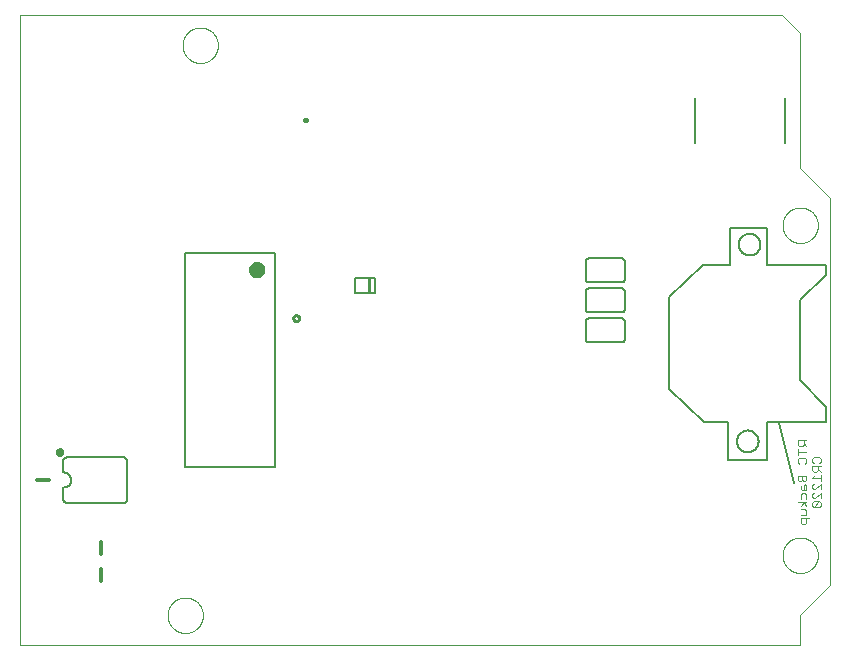
<source format=gbo>
G75*
%MOIN*%
%OFA0B0*%
%FSLAX25Y25*%
%IPPOS*%
%LPD*%
%AMOC8*
5,1,8,0,0,1.08239X$1,22.5*
%
%ADD10C,0.00000*%
%ADD11C,0.01000*%
%ADD12C,0.00300*%
%ADD13C,0.00600*%
%ADD14C,0.01600*%
%ADD15C,0.01200*%
%ADD16C,0.00500*%
%ADD17C,0.00800*%
%ADD18C,0.00010*%
%ADD19C,0.03200*%
D10*
X0005000Y0005000D02*
X0005000Y0215000D01*
X0259000Y0215000D01*
X0265000Y0209000D01*
X0265000Y0164000D01*
X0275000Y0154000D01*
X0275000Y0025000D01*
X0265000Y0015000D01*
X0265000Y0005000D01*
X0005000Y0005000D01*
X0054094Y0015000D02*
X0054096Y0015153D01*
X0054102Y0015307D01*
X0054112Y0015460D01*
X0054126Y0015612D01*
X0054144Y0015765D01*
X0054166Y0015916D01*
X0054191Y0016067D01*
X0054221Y0016218D01*
X0054255Y0016368D01*
X0054292Y0016516D01*
X0054333Y0016664D01*
X0054378Y0016810D01*
X0054427Y0016956D01*
X0054480Y0017100D01*
X0054536Y0017242D01*
X0054596Y0017383D01*
X0054660Y0017523D01*
X0054727Y0017661D01*
X0054798Y0017797D01*
X0054873Y0017931D01*
X0054950Y0018063D01*
X0055032Y0018193D01*
X0055116Y0018321D01*
X0055204Y0018447D01*
X0055295Y0018570D01*
X0055389Y0018691D01*
X0055487Y0018809D01*
X0055587Y0018925D01*
X0055691Y0019038D01*
X0055797Y0019149D01*
X0055906Y0019257D01*
X0056018Y0019362D01*
X0056132Y0019463D01*
X0056250Y0019562D01*
X0056369Y0019658D01*
X0056491Y0019751D01*
X0056616Y0019840D01*
X0056743Y0019927D01*
X0056872Y0020009D01*
X0057003Y0020089D01*
X0057136Y0020165D01*
X0057271Y0020238D01*
X0057408Y0020307D01*
X0057547Y0020372D01*
X0057687Y0020434D01*
X0057829Y0020492D01*
X0057972Y0020547D01*
X0058117Y0020598D01*
X0058263Y0020645D01*
X0058410Y0020688D01*
X0058558Y0020727D01*
X0058707Y0020763D01*
X0058857Y0020794D01*
X0059008Y0020822D01*
X0059159Y0020846D01*
X0059312Y0020866D01*
X0059464Y0020882D01*
X0059617Y0020894D01*
X0059770Y0020902D01*
X0059923Y0020906D01*
X0060077Y0020906D01*
X0060230Y0020902D01*
X0060383Y0020894D01*
X0060536Y0020882D01*
X0060688Y0020866D01*
X0060841Y0020846D01*
X0060992Y0020822D01*
X0061143Y0020794D01*
X0061293Y0020763D01*
X0061442Y0020727D01*
X0061590Y0020688D01*
X0061737Y0020645D01*
X0061883Y0020598D01*
X0062028Y0020547D01*
X0062171Y0020492D01*
X0062313Y0020434D01*
X0062453Y0020372D01*
X0062592Y0020307D01*
X0062729Y0020238D01*
X0062864Y0020165D01*
X0062997Y0020089D01*
X0063128Y0020009D01*
X0063257Y0019927D01*
X0063384Y0019840D01*
X0063509Y0019751D01*
X0063631Y0019658D01*
X0063750Y0019562D01*
X0063868Y0019463D01*
X0063982Y0019362D01*
X0064094Y0019257D01*
X0064203Y0019149D01*
X0064309Y0019038D01*
X0064413Y0018925D01*
X0064513Y0018809D01*
X0064611Y0018691D01*
X0064705Y0018570D01*
X0064796Y0018447D01*
X0064884Y0018321D01*
X0064968Y0018193D01*
X0065050Y0018063D01*
X0065127Y0017931D01*
X0065202Y0017797D01*
X0065273Y0017661D01*
X0065340Y0017523D01*
X0065404Y0017383D01*
X0065464Y0017242D01*
X0065520Y0017100D01*
X0065573Y0016956D01*
X0065622Y0016810D01*
X0065667Y0016664D01*
X0065708Y0016516D01*
X0065745Y0016368D01*
X0065779Y0016218D01*
X0065809Y0016067D01*
X0065834Y0015916D01*
X0065856Y0015765D01*
X0065874Y0015612D01*
X0065888Y0015460D01*
X0065898Y0015307D01*
X0065904Y0015153D01*
X0065906Y0015000D01*
X0065904Y0014847D01*
X0065898Y0014693D01*
X0065888Y0014540D01*
X0065874Y0014388D01*
X0065856Y0014235D01*
X0065834Y0014084D01*
X0065809Y0013933D01*
X0065779Y0013782D01*
X0065745Y0013632D01*
X0065708Y0013484D01*
X0065667Y0013336D01*
X0065622Y0013190D01*
X0065573Y0013044D01*
X0065520Y0012900D01*
X0065464Y0012758D01*
X0065404Y0012617D01*
X0065340Y0012477D01*
X0065273Y0012339D01*
X0065202Y0012203D01*
X0065127Y0012069D01*
X0065050Y0011937D01*
X0064968Y0011807D01*
X0064884Y0011679D01*
X0064796Y0011553D01*
X0064705Y0011430D01*
X0064611Y0011309D01*
X0064513Y0011191D01*
X0064413Y0011075D01*
X0064309Y0010962D01*
X0064203Y0010851D01*
X0064094Y0010743D01*
X0063982Y0010638D01*
X0063868Y0010537D01*
X0063750Y0010438D01*
X0063631Y0010342D01*
X0063509Y0010249D01*
X0063384Y0010160D01*
X0063257Y0010073D01*
X0063128Y0009991D01*
X0062997Y0009911D01*
X0062864Y0009835D01*
X0062729Y0009762D01*
X0062592Y0009693D01*
X0062453Y0009628D01*
X0062313Y0009566D01*
X0062171Y0009508D01*
X0062028Y0009453D01*
X0061883Y0009402D01*
X0061737Y0009355D01*
X0061590Y0009312D01*
X0061442Y0009273D01*
X0061293Y0009237D01*
X0061143Y0009206D01*
X0060992Y0009178D01*
X0060841Y0009154D01*
X0060688Y0009134D01*
X0060536Y0009118D01*
X0060383Y0009106D01*
X0060230Y0009098D01*
X0060077Y0009094D01*
X0059923Y0009094D01*
X0059770Y0009098D01*
X0059617Y0009106D01*
X0059464Y0009118D01*
X0059312Y0009134D01*
X0059159Y0009154D01*
X0059008Y0009178D01*
X0058857Y0009206D01*
X0058707Y0009237D01*
X0058558Y0009273D01*
X0058410Y0009312D01*
X0058263Y0009355D01*
X0058117Y0009402D01*
X0057972Y0009453D01*
X0057829Y0009508D01*
X0057687Y0009566D01*
X0057547Y0009628D01*
X0057408Y0009693D01*
X0057271Y0009762D01*
X0057136Y0009835D01*
X0057003Y0009911D01*
X0056872Y0009991D01*
X0056743Y0010073D01*
X0056616Y0010160D01*
X0056491Y0010249D01*
X0056369Y0010342D01*
X0056250Y0010438D01*
X0056132Y0010537D01*
X0056018Y0010638D01*
X0055906Y0010743D01*
X0055797Y0010851D01*
X0055691Y0010962D01*
X0055587Y0011075D01*
X0055487Y0011191D01*
X0055389Y0011309D01*
X0055295Y0011430D01*
X0055204Y0011553D01*
X0055116Y0011679D01*
X0055032Y0011807D01*
X0054950Y0011937D01*
X0054873Y0012069D01*
X0054798Y0012203D01*
X0054727Y0012339D01*
X0054660Y0012477D01*
X0054596Y0012617D01*
X0054536Y0012758D01*
X0054480Y0012900D01*
X0054427Y0013044D01*
X0054378Y0013190D01*
X0054333Y0013336D01*
X0054292Y0013484D01*
X0054255Y0013632D01*
X0054221Y0013782D01*
X0054191Y0013933D01*
X0054166Y0014084D01*
X0054144Y0014235D01*
X0054126Y0014388D01*
X0054112Y0014540D01*
X0054102Y0014693D01*
X0054096Y0014847D01*
X0054094Y0015000D01*
X0259094Y0035000D02*
X0259096Y0035153D01*
X0259102Y0035307D01*
X0259112Y0035460D01*
X0259126Y0035612D01*
X0259144Y0035765D01*
X0259166Y0035916D01*
X0259191Y0036067D01*
X0259221Y0036218D01*
X0259255Y0036368D01*
X0259292Y0036516D01*
X0259333Y0036664D01*
X0259378Y0036810D01*
X0259427Y0036956D01*
X0259480Y0037100D01*
X0259536Y0037242D01*
X0259596Y0037383D01*
X0259660Y0037523D01*
X0259727Y0037661D01*
X0259798Y0037797D01*
X0259873Y0037931D01*
X0259950Y0038063D01*
X0260032Y0038193D01*
X0260116Y0038321D01*
X0260204Y0038447D01*
X0260295Y0038570D01*
X0260389Y0038691D01*
X0260487Y0038809D01*
X0260587Y0038925D01*
X0260691Y0039038D01*
X0260797Y0039149D01*
X0260906Y0039257D01*
X0261018Y0039362D01*
X0261132Y0039463D01*
X0261250Y0039562D01*
X0261369Y0039658D01*
X0261491Y0039751D01*
X0261616Y0039840D01*
X0261743Y0039927D01*
X0261872Y0040009D01*
X0262003Y0040089D01*
X0262136Y0040165D01*
X0262271Y0040238D01*
X0262408Y0040307D01*
X0262547Y0040372D01*
X0262687Y0040434D01*
X0262829Y0040492D01*
X0262972Y0040547D01*
X0263117Y0040598D01*
X0263263Y0040645D01*
X0263410Y0040688D01*
X0263558Y0040727D01*
X0263707Y0040763D01*
X0263857Y0040794D01*
X0264008Y0040822D01*
X0264159Y0040846D01*
X0264312Y0040866D01*
X0264464Y0040882D01*
X0264617Y0040894D01*
X0264770Y0040902D01*
X0264923Y0040906D01*
X0265077Y0040906D01*
X0265230Y0040902D01*
X0265383Y0040894D01*
X0265536Y0040882D01*
X0265688Y0040866D01*
X0265841Y0040846D01*
X0265992Y0040822D01*
X0266143Y0040794D01*
X0266293Y0040763D01*
X0266442Y0040727D01*
X0266590Y0040688D01*
X0266737Y0040645D01*
X0266883Y0040598D01*
X0267028Y0040547D01*
X0267171Y0040492D01*
X0267313Y0040434D01*
X0267453Y0040372D01*
X0267592Y0040307D01*
X0267729Y0040238D01*
X0267864Y0040165D01*
X0267997Y0040089D01*
X0268128Y0040009D01*
X0268257Y0039927D01*
X0268384Y0039840D01*
X0268509Y0039751D01*
X0268631Y0039658D01*
X0268750Y0039562D01*
X0268868Y0039463D01*
X0268982Y0039362D01*
X0269094Y0039257D01*
X0269203Y0039149D01*
X0269309Y0039038D01*
X0269413Y0038925D01*
X0269513Y0038809D01*
X0269611Y0038691D01*
X0269705Y0038570D01*
X0269796Y0038447D01*
X0269884Y0038321D01*
X0269968Y0038193D01*
X0270050Y0038063D01*
X0270127Y0037931D01*
X0270202Y0037797D01*
X0270273Y0037661D01*
X0270340Y0037523D01*
X0270404Y0037383D01*
X0270464Y0037242D01*
X0270520Y0037100D01*
X0270573Y0036956D01*
X0270622Y0036810D01*
X0270667Y0036664D01*
X0270708Y0036516D01*
X0270745Y0036368D01*
X0270779Y0036218D01*
X0270809Y0036067D01*
X0270834Y0035916D01*
X0270856Y0035765D01*
X0270874Y0035612D01*
X0270888Y0035460D01*
X0270898Y0035307D01*
X0270904Y0035153D01*
X0270906Y0035000D01*
X0270904Y0034847D01*
X0270898Y0034693D01*
X0270888Y0034540D01*
X0270874Y0034388D01*
X0270856Y0034235D01*
X0270834Y0034084D01*
X0270809Y0033933D01*
X0270779Y0033782D01*
X0270745Y0033632D01*
X0270708Y0033484D01*
X0270667Y0033336D01*
X0270622Y0033190D01*
X0270573Y0033044D01*
X0270520Y0032900D01*
X0270464Y0032758D01*
X0270404Y0032617D01*
X0270340Y0032477D01*
X0270273Y0032339D01*
X0270202Y0032203D01*
X0270127Y0032069D01*
X0270050Y0031937D01*
X0269968Y0031807D01*
X0269884Y0031679D01*
X0269796Y0031553D01*
X0269705Y0031430D01*
X0269611Y0031309D01*
X0269513Y0031191D01*
X0269413Y0031075D01*
X0269309Y0030962D01*
X0269203Y0030851D01*
X0269094Y0030743D01*
X0268982Y0030638D01*
X0268868Y0030537D01*
X0268750Y0030438D01*
X0268631Y0030342D01*
X0268509Y0030249D01*
X0268384Y0030160D01*
X0268257Y0030073D01*
X0268128Y0029991D01*
X0267997Y0029911D01*
X0267864Y0029835D01*
X0267729Y0029762D01*
X0267592Y0029693D01*
X0267453Y0029628D01*
X0267313Y0029566D01*
X0267171Y0029508D01*
X0267028Y0029453D01*
X0266883Y0029402D01*
X0266737Y0029355D01*
X0266590Y0029312D01*
X0266442Y0029273D01*
X0266293Y0029237D01*
X0266143Y0029206D01*
X0265992Y0029178D01*
X0265841Y0029154D01*
X0265688Y0029134D01*
X0265536Y0029118D01*
X0265383Y0029106D01*
X0265230Y0029098D01*
X0265077Y0029094D01*
X0264923Y0029094D01*
X0264770Y0029098D01*
X0264617Y0029106D01*
X0264464Y0029118D01*
X0264312Y0029134D01*
X0264159Y0029154D01*
X0264008Y0029178D01*
X0263857Y0029206D01*
X0263707Y0029237D01*
X0263558Y0029273D01*
X0263410Y0029312D01*
X0263263Y0029355D01*
X0263117Y0029402D01*
X0262972Y0029453D01*
X0262829Y0029508D01*
X0262687Y0029566D01*
X0262547Y0029628D01*
X0262408Y0029693D01*
X0262271Y0029762D01*
X0262136Y0029835D01*
X0262003Y0029911D01*
X0261872Y0029991D01*
X0261743Y0030073D01*
X0261616Y0030160D01*
X0261491Y0030249D01*
X0261369Y0030342D01*
X0261250Y0030438D01*
X0261132Y0030537D01*
X0261018Y0030638D01*
X0260906Y0030743D01*
X0260797Y0030851D01*
X0260691Y0030962D01*
X0260587Y0031075D01*
X0260487Y0031191D01*
X0260389Y0031309D01*
X0260295Y0031430D01*
X0260204Y0031553D01*
X0260116Y0031679D01*
X0260032Y0031807D01*
X0259950Y0031937D01*
X0259873Y0032069D01*
X0259798Y0032203D01*
X0259727Y0032339D01*
X0259660Y0032477D01*
X0259596Y0032617D01*
X0259536Y0032758D01*
X0259480Y0032900D01*
X0259427Y0033044D01*
X0259378Y0033190D01*
X0259333Y0033336D01*
X0259292Y0033484D01*
X0259255Y0033632D01*
X0259221Y0033782D01*
X0259191Y0033933D01*
X0259166Y0034084D01*
X0259144Y0034235D01*
X0259126Y0034388D01*
X0259112Y0034540D01*
X0259102Y0034693D01*
X0259096Y0034847D01*
X0259094Y0035000D01*
X0259094Y0145000D02*
X0259096Y0145153D01*
X0259102Y0145307D01*
X0259112Y0145460D01*
X0259126Y0145612D01*
X0259144Y0145765D01*
X0259166Y0145916D01*
X0259191Y0146067D01*
X0259221Y0146218D01*
X0259255Y0146368D01*
X0259292Y0146516D01*
X0259333Y0146664D01*
X0259378Y0146810D01*
X0259427Y0146956D01*
X0259480Y0147100D01*
X0259536Y0147242D01*
X0259596Y0147383D01*
X0259660Y0147523D01*
X0259727Y0147661D01*
X0259798Y0147797D01*
X0259873Y0147931D01*
X0259950Y0148063D01*
X0260032Y0148193D01*
X0260116Y0148321D01*
X0260204Y0148447D01*
X0260295Y0148570D01*
X0260389Y0148691D01*
X0260487Y0148809D01*
X0260587Y0148925D01*
X0260691Y0149038D01*
X0260797Y0149149D01*
X0260906Y0149257D01*
X0261018Y0149362D01*
X0261132Y0149463D01*
X0261250Y0149562D01*
X0261369Y0149658D01*
X0261491Y0149751D01*
X0261616Y0149840D01*
X0261743Y0149927D01*
X0261872Y0150009D01*
X0262003Y0150089D01*
X0262136Y0150165D01*
X0262271Y0150238D01*
X0262408Y0150307D01*
X0262547Y0150372D01*
X0262687Y0150434D01*
X0262829Y0150492D01*
X0262972Y0150547D01*
X0263117Y0150598D01*
X0263263Y0150645D01*
X0263410Y0150688D01*
X0263558Y0150727D01*
X0263707Y0150763D01*
X0263857Y0150794D01*
X0264008Y0150822D01*
X0264159Y0150846D01*
X0264312Y0150866D01*
X0264464Y0150882D01*
X0264617Y0150894D01*
X0264770Y0150902D01*
X0264923Y0150906D01*
X0265077Y0150906D01*
X0265230Y0150902D01*
X0265383Y0150894D01*
X0265536Y0150882D01*
X0265688Y0150866D01*
X0265841Y0150846D01*
X0265992Y0150822D01*
X0266143Y0150794D01*
X0266293Y0150763D01*
X0266442Y0150727D01*
X0266590Y0150688D01*
X0266737Y0150645D01*
X0266883Y0150598D01*
X0267028Y0150547D01*
X0267171Y0150492D01*
X0267313Y0150434D01*
X0267453Y0150372D01*
X0267592Y0150307D01*
X0267729Y0150238D01*
X0267864Y0150165D01*
X0267997Y0150089D01*
X0268128Y0150009D01*
X0268257Y0149927D01*
X0268384Y0149840D01*
X0268509Y0149751D01*
X0268631Y0149658D01*
X0268750Y0149562D01*
X0268868Y0149463D01*
X0268982Y0149362D01*
X0269094Y0149257D01*
X0269203Y0149149D01*
X0269309Y0149038D01*
X0269413Y0148925D01*
X0269513Y0148809D01*
X0269611Y0148691D01*
X0269705Y0148570D01*
X0269796Y0148447D01*
X0269884Y0148321D01*
X0269968Y0148193D01*
X0270050Y0148063D01*
X0270127Y0147931D01*
X0270202Y0147797D01*
X0270273Y0147661D01*
X0270340Y0147523D01*
X0270404Y0147383D01*
X0270464Y0147242D01*
X0270520Y0147100D01*
X0270573Y0146956D01*
X0270622Y0146810D01*
X0270667Y0146664D01*
X0270708Y0146516D01*
X0270745Y0146368D01*
X0270779Y0146218D01*
X0270809Y0146067D01*
X0270834Y0145916D01*
X0270856Y0145765D01*
X0270874Y0145612D01*
X0270888Y0145460D01*
X0270898Y0145307D01*
X0270904Y0145153D01*
X0270906Y0145000D01*
X0270904Y0144847D01*
X0270898Y0144693D01*
X0270888Y0144540D01*
X0270874Y0144388D01*
X0270856Y0144235D01*
X0270834Y0144084D01*
X0270809Y0143933D01*
X0270779Y0143782D01*
X0270745Y0143632D01*
X0270708Y0143484D01*
X0270667Y0143336D01*
X0270622Y0143190D01*
X0270573Y0143044D01*
X0270520Y0142900D01*
X0270464Y0142758D01*
X0270404Y0142617D01*
X0270340Y0142477D01*
X0270273Y0142339D01*
X0270202Y0142203D01*
X0270127Y0142069D01*
X0270050Y0141937D01*
X0269968Y0141807D01*
X0269884Y0141679D01*
X0269796Y0141553D01*
X0269705Y0141430D01*
X0269611Y0141309D01*
X0269513Y0141191D01*
X0269413Y0141075D01*
X0269309Y0140962D01*
X0269203Y0140851D01*
X0269094Y0140743D01*
X0268982Y0140638D01*
X0268868Y0140537D01*
X0268750Y0140438D01*
X0268631Y0140342D01*
X0268509Y0140249D01*
X0268384Y0140160D01*
X0268257Y0140073D01*
X0268128Y0139991D01*
X0267997Y0139911D01*
X0267864Y0139835D01*
X0267729Y0139762D01*
X0267592Y0139693D01*
X0267453Y0139628D01*
X0267313Y0139566D01*
X0267171Y0139508D01*
X0267028Y0139453D01*
X0266883Y0139402D01*
X0266737Y0139355D01*
X0266590Y0139312D01*
X0266442Y0139273D01*
X0266293Y0139237D01*
X0266143Y0139206D01*
X0265992Y0139178D01*
X0265841Y0139154D01*
X0265688Y0139134D01*
X0265536Y0139118D01*
X0265383Y0139106D01*
X0265230Y0139098D01*
X0265077Y0139094D01*
X0264923Y0139094D01*
X0264770Y0139098D01*
X0264617Y0139106D01*
X0264464Y0139118D01*
X0264312Y0139134D01*
X0264159Y0139154D01*
X0264008Y0139178D01*
X0263857Y0139206D01*
X0263707Y0139237D01*
X0263558Y0139273D01*
X0263410Y0139312D01*
X0263263Y0139355D01*
X0263117Y0139402D01*
X0262972Y0139453D01*
X0262829Y0139508D01*
X0262687Y0139566D01*
X0262547Y0139628D01*
X0262408Y0139693D01*
X0262271Y0139762D01*
X0262136Y0139835D01*
X0262003Y0139911D01*
X0261872Y0139991D01*
X0261743Y0140073D01*
X0261616Y0140160D01*
X0261491Y0140249D01*
X0261369Y0140342D01*
X0261250Y0140438D01*
X0261132Y0140537D01*
X0261018Y0140638D01*
X0260906Y0140743D01*
X0260797Y0140851D01*
X0260691Y0140962D01*
X0260587Y0141075D01*
X0260487Y0141191D01*
X0260389Y0141309D01*
X0260295Y0141430D01*
X0260204Y0141553D01*
X0260116Y0141679D01*
X0260032Y0141807D01*
X0259950Y0141937D01*
X0259873Y0142069D01*
X0259798Y0142203D01*
X0259727Y0142339D01*
X0259660Y0142477D01*
X0259596Y0142617D01*
X0259536Y0142758D01*
X0259480Y0142900D01*
X0259427Y0143044D01*
X0259378Y0143190D01*
X0259333Y0143336D01*
X0259292Y0143484D01*
X0259255Y0143632D01*
X0259221Y0143782D01*
X0259191Y0143933D01*
X0259166Y0144084D01*
X0259144Y0144235D01*
X0259126Y0144388D01*
X0259112Y0144540D01*
X0259102Y0144693D01*
X0259096Y0144847D01*
X0259094Y0145000D01*
X0059094Y0205000D02*
X0059096Y0205153D01*
X0059102Y0205307D01*
X0059112Y0205460D01*
X0059126Y0205612D01*
X0059144Y0205765D01*
X0059166Y0205916D01*
X0059191Y0206067D01*
X0059221Y0206218D01*
X0059255Y0206368D01*
X0059292Y0206516D01*
X0059333Y0206664D01*
X0059378Y0206810D01*
X0059427Y0206956D01*
X0059480Y0207100D01*
X0059536Y0207242D01*
X0059596Y0207383D01*
X0059660Y0207523D01*
X0059727Y0207661D01*
X0059798Y0207797D01*
X0059873Y0207931D01*
X0059950Y0208063D01*
X0060032Y0208193D01*
X0060116Y0208321D01*
X0060204Y0208447D01*
X0060295Y0208570D01*
X0060389Y0208691D01*
X0060487Y0208809D01*
X0060587Y0208925D01*
X0060691Y0209038D01*
X0060797Y0209149D01*
X0060906Y0209257D01*
X0061018Y0209362D01*
X0061132Y0209463D01*
X0061250Y0209562D01*
X0061369Y0209658D01*
X0061491Y0209751D01*
X0061616Y0209840D01*
X0061743Y0209927D01*
X0061872Y0210009D01*
X0062003Y0210089D01*
X0062136Y0210165D01*
X0062271Y0210238D01*
X0062408Y0210307D01*
X0062547Y0210372D01*
X0062687Y0210434D01*
X0062829Y0210492D01*
X0062972Y0210547D01*
X0063117Y0210598D01*
X0063263Y0210645D01*
X0063410Y0210688D01*
X0063558Y0210727D01*
X0063707Y0210763D01*
X0063857Y0210794D01*
X0064008Y0210822D01*
X0064159Y0210846D01*
X0064312Y0210866D01*
X0064464Y0210882D01*
X0064617Y0210894D01*
X0064770Y0210902D01*
X0064923Y0210906D01*
X0065077Y0210906D01*
X0065230Y0210902D01*
X0065383Y0210894D01*
X0065536Y0210882D01*
X0065688Y0210866D01*
X0065841Y0210846D01*
X0065992Y0210822D01*
X0066143Y0210794D01*
X0066293Y0210763D01*
X0066442Y0210727D01*
X0066590Y0210688D01*
X0066737Y0210645D01*
X0066883Y0210598D01*
X0067028Y0210547D01*
X0067171Y0210492D01*
X0067313Y0210434D01*
X0067453Y0210372D01*
X0067592Y0210307D01*
X0067729Y0210238D01*
X0067864Y0210165D01*
X0067997Y0210089D01*
X0068128Y0210009D01*
X0068257Y0209927D01*
X0068384Y0209840D01*
X0068509Y0209751D01*
X0068631Y0209658D01*
X0068750Y0209562D01*
X0068868Y0209463D01*
X0068982Y0209362D01*
X0069094Y0209257D01*
X0069203Y0209149D01*
X0069309Y0209038D01*
X0069413Y0208925D01*
X0069513Y0208809D01*
X0069611Y0208691D01*
X0069705Y0208570D01*
X0069796Y0208447D01*
X0069884Y0208321D01*
X0069968Y0208193D01*
X0070050Y0208063D01*
X0070127Y0207931D01*
X0070202Y0207797D01*
X0070273Y0207661D01*
X0070340Y0207523D01*
X0070404Y0207383D01*
X0070464Y0207242D01*
X0070520Y0207100D01*
X0070573Y0206956D01*
X0070622Y0206810D01*
X0070667Y0206664D01*
X0070708Y0206516D01*
X0070745Y0206368D01*
X0070779Y0206218D01*
X0070809Y0206067D01*
X0070834Y0205916D01*
X0070856Y0205765D01*
X0070874Y0205612D01*
X0070888Y0205460D01*
X0070898Y0205307D01*
X0070904Y0205153D01*
X0070906Y0205000D01*
X0070904Y0204847D01*
X0070898Y0204693D01*
X0070888Y0204540D01*
X0070874Y0204388D01*
X0070856Y0204235D01*
X0070834Y0204084D01*
X0070809Y0203933D01*
X0070779Y0203782D01*
X0070745Y0203632D01*
X0070708Y0203484D01*
X0070667Y0203336D01*
X0070622Y0203190D01*
X0070573Y0203044D01*
X0070520Y0202900D01*
X0070464Y0202758D01*
X0070404Y0202617D01*
X0070340Y0202477D01*
X0070273Y0202339D01*
X0070202Y0202203D01*
X0070127Y0202069D01*
X0070050Y0201937D01*
X0069968Y0201807D01*
X0069884Y0201679D01*
X0069796Y0201553D01*
X0069705Y0201430D01*
X0069611Y0201309D01*
X0069513Y0201191D01*
X0069413Y0201075D01*
X0069309Y0200962D01*
X0069203Y0200851D01*
X0069094Y0200743D01*
X0068982Y0200638D01*
X0068868Y0200537D01*
X0068750Y0200438D01*
X0068631Y0200342D01*
X0068509Y0200249D01*
X0068384Y0200160D01*
X0068257Y0200073D01*
X0068128Y0199991D01*
X0067997Y0199911D01*
X0067864Y0199835D01*
X0067729Y0199762D01*
X0067592Y0199693D01*
X0067453Y0199628D01*
X0067313Y0199566D01*
X0067171Y0199508D01*
X0067028Y0199453D01*
X0066883Y0199402D01*
X0066737Y0199355D01*
X0066590Y0199312D01*
X0066442Y0199273D01*
X0066293Y0199237D01*
X0066143Y0199206D01*
X0065992Y0199178D01*
X0065841Y0199154D01*
X0065688Y0199134D01*
X0065536Y0199118D01*
X0065383Y0199106D01*
X0065230Y0199098D01*
X0065077Y0199094D01*
X0064923Y0199094D01*
X0064770Y0199098D01*
X0064617Y0199106D01*
X0064464Y0199118D01*
X0064312Y0199134D01*
X0064159Y0199154D01*
X0064008Y0199178D01*
X0063857Y0199206D01*
X0063707Y0199237D01*
X0063558Y0199273D01*
X0063410Y0199312D01*
X0063263Y0199355D01*
X0063117Y0199402D01*
X0062972Y0199453D01*
X0062829Y0199508D01*
X0062687Y0199566D01*
X0062547Y0199628D01*
X0062408Y0199693D01*
X0062271Y0199762D01*
X0062136Y0199835D01*
X0062003Y0199911D01*
X0061872Y0199991D01*
X0061743Y0200073D01*
X0061616Y0200160D01*
X0061491Y0200249D01*
X0061369Y0200342D01*
X0061250Y0200438D01*
X0061132Y0200537D01*
X0061018Y0200638D01*
X0060906Y0200743D01*
X0060797Y0200851D01*
X0060691Y0200962D01*
X0060587Y0201075D01*
X0060487Y0201191D01*
X0060389Y0201309D01*
X0060295Y0201430D01*
X0060204Y0201553D01*
X0060116Y0201679D01*
X0060032Y0201807D01*
X0059950Y0201937D01*
X0059873Y0202069D01*
X0059798Y0202203D01*
X0059727Y0202339D01*
X0059660Y0202477D01*
X0059596Y0202617D01*
X0059536Y0202758D01*
X0059480Y0202900D01*
X0059427Y0203044D01*
X0059378Y0203190D01*
X0059333Y0203336D01*
X0059292Y0203484D01*
X0059255Y0203632D01*
X0059221Y0203782D01*
X0059191Y0203933D01*
X0059166Y0204084D01*
X0059144Y0204235D01*
X0059126Y0204388D01*
X0059112Y0204540D01*
X0059102Y0204693D01*
X0059096Y0204847D01*
X0059094Y0205000D01*
D11*
X0096016Y0114000D02*
X0096018Y0114062D01*
X0096024Y0114125D01*
X0096034Y0114186D01*
X0096048Y0114247D01*
X0096065Y0114307D01*
X0096086Y0114366D01*
X0096112Y0114423D01*
X0096140Y0114478D01*
X0096172Y0114532D01*
X0096208Y0114583D01*
X0096246Y0114633D01*
X0096288Y0114679D01*
X0096332Y0114723D01*
X0096380Y0114764D01*
X0096429Y0114802D01*
X0096481Y0114836D01*
X0096535Y0114867D01*
X0096591Y0114895D01*
X0096649Y0114919D01*
X0096708Y0114940D01*
X0096768Y0114956D01*
X0096829Y0114969D01*
X0096891Y0114978D01*
X0096953Y0114983D01*
X0097016Y0114984D01*
X0097078Y0114981D01*
X0097140Y0114974D01*
X0097202Y0114963D01*
X0097262Y0114948D01*
X0097322Y0114930D01*
X0097380Y0114908D01*
X0097437Y0114882D01*
X0097492Y0114852D01*
X0097545Y0114819D01*
X0097596Y0114783D01*
X0097644Y0114744D01*
X0097690Y0114701D01*
X0097733Y0114656D01*
X0097773Y0114608D01*
X0097810Y0114558D01*
X0097844Y0114505D01*
X0097875Y0114451D01*
X0097901Y0114395D01*
X0097925Y0114337D01*
X0097944Y0114277D01*
X0097960Y0114217D01*
X0097972Y0114155D01*
X0097980Y0114094D01*
X0097984Y0114031D01*
X0097984Y0113969D01*
X0097980Y0113906D01*
X0097972Y0113845D01*
X0097960Y0113783D01*
X0097944Y0113723D01*
X0097925Y0113663D01*
X0097901Y0113605D01*
X0097875Y0113549D01*
X0097844Y0113495D01*
X0097810Y0113442D01*
X0097773Y0113392D01*
X0097733Y0113344D01*
X0097690Y0113299D01*
X0097644Y0113256D01*
X0097596Y0113217D01*
X0097545Y0113181D01*
X0097492Y0113148D01*
X0097437Y0113118D01*
X0097380Y0113092D01*
X0097322Y0113070D01*
X0097262Y0113052D01*
X0097202Y0113037D01*
X0097140Y0113026D01*
X0097078Y0113019D01*
X0097016Y0113016D01*
X0096953Y0113017D01*
X0096891Y0113022D01*
X0096829Y0113031D01*
X0096768Y0113044D01*
X0096708Y0113060D01*
X0096649Y0113081D01*
X0096591Y0113105D01*
X0096535Y0113133D01*
X0096481Y0113164D01*
X0096429Y0113198D01*
X0096380Y0113236D01*
X0096332Y0113277D01*
X0096288Y0113321D01*
X0096246Y0113367D01*
X0096208Y0113417D01*
X0096172Y0113468D01*
X0096140Y0113522D01*
X0096112Y0113577D01*
X0096086Y0113634D01*
X0096065Y0113693D01*
X0096048Y0113753D01*
X0096034Y0113814D01*
X0096024Y0113875D01*
X0096018Y0113938D01*
X0096016Y0114000D01*
D12*
X0264148Y0073337D02*
X0264148Y0071886D01*
X0264631Y0071402D01*
X0265599Y0071402D01*
X0266083Y0071886D01*
X0266083Y0073337D01*
X0267050Y0073337D02*
X0264148Y0073337D01*
X0266083Y0072370D02*
X0267050Y0071402D01*
X0267050Y0069423D02*
X0264148Y0069423D01*
X0264148Y0068456D02*
X0264148Y0070391D01*
X0264631Y0067444D02*
X0266566Y0067444D01*
X0267050Y0066960D01*
X0267050Y0065993D01*
X0266566Y0065509D01*
X0264631Y0065509D02*
X0264148Y0065993D01*
X0264148Y0066960D01*
X0264631Y0067444D01*
X0268948Y0067206D02*
X0269431Y0067690D01*
X0271366Y0067690D01*
X0271850Y0067206D01*
X0271850Y0066238D01*
X0271366Y0065755D01*
X0270883Y0064743D02*
X0270883Y0063292D01*
X0270399Y0062808D01*
X0269431Y0062808D01*
X0268948Y0063292D01*
X0268948Y0064743D01*
X0271850Y0064743D01*
X0270883Y0063776D02*
X0271850Y0062808D01*
X0271850Y0061797D02*
X0271850Y0059862D01*
X0271850Y0060829D02*
X0268948Y0060829D01*
X0269915Y0061797D01*
X0267050Y0061551D02*
X0267050Y0060100D01*
X0266566Y0059616D01*
X0266083Y0059616D01*
X0265599Y0060100D01*
X0265599Y0061551D01*
X0267050Y0061551D02*
X0264148Y0061551D01*
X0264148Y0060100D01*
X0264631Y0059616D01*
X0265115Y0059616D01*
X0265599Y0060100D01*
X0266566Y0058604D02*
X0266083Y0058121D01*
X0266083Y0056669D01*
X0265599Y0056669D02*
X0267050Y0056669D01*
X0267050Y0058121D01*
X0266566Y0058604D01*
X0265115Y0058121D02*
X0265115Y0057153D01*
X0265599Y0056669D01*
X0265599Y0055658D02*
X0265115Y0055174D01*
X0265115Y0053723D01*
X0264148Y0052711D02*
X0267050Y0052711D01*
X0266083Y0052711D02*
X0265115Y0051260D01*
X0265115Y0050256D02*
X0266566Y0050256D01*
X0267050Y0049772D01*
X0267050Y0048321D01*
X0265115Y0048321D01*
X0265115Y0047309D02*
X0265115Y0045858D01*
X0265599Y0045374D01*
X0266566Y0045374D01*
X0267050Y0045858D01*
X0267050Y0047309D01*
X0268017Y0047309D02*
X0265115Y0047309D01*
X0267050Y0051260D02*
X0266083Y0052711D01*
X0267050Y0053723D02*
X0267050Y0055174D01*
X0266566Y0055658D01*
X0265599Y0055658D01*
X0268948Y0055420D02*
X0269431Y0055903D01*
X0268948Y0055420D02*
X0268948Y0054452D01*
X0269431Y0053969D01*
X0269915Y0053969D01*
X0271850Y0055903D01*
X0271850Y0053969D01*
X0271366Y0052957D02*
X0269431Y0051022D01*
X0271366Y0051022D01*
X0271850Y0051506D01*
X0271850Y0052473D01*
X0271366Y0052957D01*
X0269431Y0052957D01*
X0268948Y0052473D01*
X0268948Y0051506D01*
X0269431Y0051022D01*
X0269431Y0056915D02*
X0268948Y0057399D01*
X0268948Y0058366D01*
X0269431Y0058850D01*
X0269431Y0056915D02*
X0269915Y0056915D01*
X0271850Y0058850D01*
X0271850Y0056915D01*
X0269431Y0065755D02*
X0268948Y0066238D01*
X0268948Y0067206D01*
D13*
X0263000Y0059000D02*
X0258000Y0079000D01*
X0206500Y0107000D02*
X0206500Y0113000D01*
X0206498Y0113060D01*
X0206493Y0113121D01*
X0206484Y0113180D01*
X0206471Y0113239D01*
X0206455Y0113298D01*
X0206435Y0113355D01*
X0206412Y0113410D01*
X0206385Y0113465D01*
X0206356Y0113517D01*
X0206323Y0113568D01*
X0206287Y0113617D01*
X0206249Y0113663D01*
X0206207Y0113707D01*
X0206163Y0113749D01*
X0206117Y0113787D01*
X0206068Y0113823D01*
X0206017Y0113856D01*
X0205965Y0113885D01*
X0205910Y0113912D01*
X0205855Y0113935D01*
X0205798Y0113955D01*
X0205739Y0113971D01*
X0205680Y0113984D01*
X0205621Y0113993D01*
X0205560Y0113998D01*
X0205500Y0114000D01*
X0194500Y0114000D01*
X0194440Y0113998D01*
X0194379Y0113993D01*
X0194320Y0113984D01*
X0194261Y0113971D01*
X0194202Y0113955D01*
X0194145Y0113935D01*
X0194090Y0113912D01*
X0194035Y0113885D01*
X0193983Y0113856D01*
X0193932Y0113823D01*
X0193883Y0113787D01*
X0193837Y0113749D01*
X0193793Y0113707D01*
X0193751Y0113663D01*
X0193713Y0113617D01*
X0193677Y0113568D01*
X0193644Y0113517D01*
X0193615Y0113465D01*
X0193588Y0113410D01*
X0193565Y0113355D01*
X0193545Y0113298D01*
X0193529Y0113239D01*
X0193516Y0113180D01*
X0193507Y0113121D01*
X0193502Y0113060D01*
X0193500Y0113000D01*
X0193500Y0107000D01*
X0193502Y0106940D01*
X0193507Y0106879D01*
X0193516Y0106820D01*
X0193529Y0106761D01*
X0193545Y0106702D01*
X0193565Y0106645D01*
X0193588Y0106590D01*
X0193615Y0106535D01*
X0193644Y0106483D01*
X0193677Y0106432D01*
X0193713Y0106383D01*
X0193751Y0106337D01*
X0193793Y0106293D01*
X0193837Y0106251D01*
X0193883Y0106213D01*
X0193932Y0106177D01*
X0193983Y0106144D01*
X0194035Y0106115D01*
X0194090Y0106088D01*
X0194145Y0106065D01*
X0194202Y0106045D01*
X0194261Y0106029D01*
X0194320Y0106016D01*
X0194379Y0106007D01*
X0194440Y0106002D01*
X0194500Y0106000D01*
X0205500Y0106000D01*
X0205560Y0106002D01*
X0205621Y0106007D01*
X0205680Y0106016D01*
X0205739Y0106029D01*
X0205798Y0106045D01*
X0205855Y0106065D01*
X0205910Y0106088D01*
X0205965Y0106115D01*
X0206017Y0106144D01*
X0206068Y0106177D01*
X0206117Y0106213D01*
X0206163Y0106251D01*
X0206207Y0106293D01*
X0206249Y0106337D01*
X0206287Y0106383D01*
X0206323Y0106432D01*
X0206356Y0106483D01*
X0206385Y0106535D01*
X0206412Y0106590D01*
X0206435Y0106645D01*
X0206455Y0106702D01*
X0206471Y0106761D01*
X0206484Y0106820D01*
X0206493Y0106879D01*
X0206498Y0106940D01*
X0206500Y0107000D01*
X0205500Y0116000D02*
X0194500Y0116000D01*
X0194440Y0116002D01*
X0194379Y0116007D01*
X0194320Y0116016D01*
X0194261Y0116029D01*
X0194202Y0116045D01*
X0194145Y0116065D01*
X0194090Y0116088D01*
X0194035Y0116115D01*
X0193983Y0116144D01*
X0193932Y0116177D01*
X0193883Y0116213D01*
X0193837Y0116251D01*
X0193793Y0116293D01*
X0193751Y0116337D01*
X0193713Y0116383D01*
X0193677Y0116432D01*
X0193644Y0116483D01*
X0193615Y0116535D01*
X0193588Y0116590D01*
X0193565Y0116645D01*
X0193545Y0116702D01*
X0193529Y0116761D01*
X0193516Y0116820D01*
X0193507Y0116879D01*
X0193502Y0116940D01*
X0193500Y0117000D01*
X0193500Y0123000D01*
X0193502Y0123060D01*
X0193507Y0123121D01*
X0193516Y0123180D01*
X0193529Y0123239D01*
X0193545Y0123298D01*
X0193565Y0123355D01*
X0193588Y0123410D01*
X0193615Y0123465D01*
X0193644Y0123517D01*
X0193677Y0123568D01*
X0193713Y0123617D01*
X0193751Y0123663D01*
X0193793Y0123707D01*
X0193837Y0123749D01*
X0193883Y0123787D01*
X0193932Y0123823D01*
X0193983Y0123856D01*
X0194035Y0123885D01*
X0194090Y0123912D01*
X0194145Y0123935D01*
X0194202Y0123955D01*
X0194261Y0123971D01*
X0194320Y0123984D01*
X0194379Y0123993D01*
X0194440Y0123998D01*
X0194500Y0124000D01*
X0205500Y0124000D01*
X0205560Y0123998D01*
X0205621Y0123993D01*
X0205680Y0123984D01*
X0205739Y0123971D01*
X0205798Y0123955D01*
X0205855Y0123935D01*
X0205910Y0123912D01*
X0205965Y0123885D01*
X0206017Y0123856D01*
X0206068Y0123823D01*
X0206117Y0123787D01*
X0206163Y0123749D01*
X0206207Y0123707D01*
X0206249Y0123663D01*
X0206287Y0123617D01*
X0206323Y0123568D01*
X0206356Y0123517D01*
X0206385Y0123465D01*
X0206412Y0123410D01*
X0206435Y0123355D01*
X0206455Y0123298D01*
X0206471Y0123239D01*
X0206484Y0123180D01*
X0206493Y0123121D01*
X0206498Y0123060D01*
X0206500Y0123000D01*
X0206500Y0117000D01*
X0206498Y0116940D01*
X0206493Y0116879D01*
X0206484Y0116820D01*
X0206471Y0116761D01*
X0206455Y0116702D01*
X0206435Y0116645D01*
X0206412Y0116590D01*
X0206385Y0116535D01*
X0206356Y0116483D01*
X0206323Y0116432D01*
X0206287Y0116383D01*
X0206249Y0116337D01*
X0206207Y0116293D01*
X0206163Y0116251D01*
X0206117Y0116213D01*
X0206068Y0116177D01*
X0206017Y0116144D01*
X0205965Y0116115D01*
X0205910Y0116088D01*
X0205855Y0116065D01*
X0205798Y0116045D01*
X0205739Y0116029D01*
X0205680Y0116016D01*
X0205621Y0116007D01*
X0205560Y0116002D01*
X0205500Y0116000D01*
X0205500Y0126000D02*
X0194500Y0126000D01*
X0194440Y0126002D01*
X0194379Y0126007D01*
X0194320Y0126016D01*
X0194261Y0126029D01*
X0194202Y0126045D01*
X0194145Y0126065D01*
X0194090Y0126088D01*
X0194035Y0126115D01*
X0193983Y0126144D01*
X0193932Y0126177D01*
X0193883Y0126213D01*
X0193837Y0126251D01*
X0193793Y0126293D01*
X0193751Y0126337D01*
X0193713Y0126383D01*
X0193677Y0126432D01*
X0193644Y0126483D01*
X0193615Y0126535D01*
X0193588Y0126590D01*
X0193565Y0126645D01*
X0193545Y0126702D01*
X0193529Y0126761D01*
X0193516Y0126820D01*
X0193507Y0126879D01*
X0193502Y0126940D01*
X0193500Y0127000D01*
X0193500Y0133000D01*
X0193502Y0133060D01*
X0193507Y0133121D01*
X0193516Y0133180D01*
X0193529Y0133239D01*
X0193545Y0133298D01*
X0193565Y0133355D01*
X0193588Y0133410D01*
X0193615Y0133465D01*
X0193644Y0133517D01*
X0193677Y0133568D01*
X0193713Y0133617D01*
X0193751Y0133663D01*
X0193793Y0133707D01*
X0193837Y0133749D01*
X0193883Y0133787D01*
X0193932Y0133823D01*
X0193983Y0133856D01*
X0194035Y0133885D01*
X0194090Y0133912D01*
X0194145Y0133935D01*
X0194202Y0133955D01*
X0194261Y0133971D01*
X0194320Y0133984D01*
X0194379Y0133993D01*
X0194440Y0133998D01*
X0194500Y0134000D01*
X0205500Y0134000D01*
X0205560Y0133998D01*
X0205621Y0133993D01*
X0205680Y0133984D01*
X0205739Y0133971D01*
X0205798Y0133955D01*
X0205855Y0133935D01*
X0205910Y0133912D01*
X0205965Y0133885D01*
X0206017Y0133856D01*
X0206068Y0133823D01*
X0206117Y0133787D01*
X0206163Y0133749D01*
X0206207Y0133707D01*
X0206249Y0133663D01*
X0206287Y0133617D01*
X0206323Y0133568D01*
X0206356Y0133517D01*
X0206385Y0133465D01*
X0206412Y0133410D01*
X0206435Y0133355D01*
X0206455Y0133298D01*
X0206471Y0133239D01*
X0206484Y0133180D01*
X0206493Y0133121D01*
X0206498Y0133060D01*
X0206500Y0133000D01*
X0206500Y0127000D01*
X0206498Y0126940D01*
X0206493Y0126879D01*
X0206484Y0126820D01*
X0206471Y0126761D01*
X0206455Y0126702D01*
X0206435Y0126645D01*
X0206412Y0126590D01*
X0206385Y0126535D01*
X0206356Y0126483D01*
X0206323Y0126432D01*
X0206287Y0126383D01*
X0206249Y0126337D01*
X0206207Y0126293D01*
X0206163Y0126251D01*
X0206117Y0126213D01*
X0206068Y0126177D01*
X0206017Y0126144D01*
X0205965Y0126115D01*
X0205910Y0126088D01*
X0205855Y0126065D01*
X0205798Y0126045D01*
X0205739Y0126029D01*
X0205680Y0126016D01*
X0205621Y0126007D01*
X0205560Y0126002D01*
X0205500Y0126000D01*
D14*
X0100120Y0180000D02*
X0099880Y0180000D01*
D15*
X0014500Y0060000D02*
X0010500Y0060000D01*
X0032000Y0039500D02*
X0032000Y0035500D01*
X0032000Y0030500D02*
X0032000Y0026500D01*
D16*
X0060000Y0064400D02*
X0090000Y0064400D01*
X0090000Y0135600D01*
X0060000Y0135600D01*
X0060000Y0064400D01*
X0116654Y0122441D02*
X0116654Y0127559D01*
X0123346Y0127559D01*
X0123346Y0122441D01*
X0116654Y0122441D01*
X0121181Y0122638D02*
X0121181Y0127362D01*
X0121575Y0127362D01*
X0121575Y0122638D01*
X0221280Y0121169D02*
X0221280Y0090437D01*
X0233043Y0079280D01*
X0241043Y0079280D01*
X0241043Y0066760D01*
X0253957Y0066760D01*
X0253957Y0079280D01*
X0273689Y0079280D01*
X0273689Y0084500D01*
X0264839Y0093500D01*
X0264839Y0120075D01*
X0273689Y0128500D01*
X0273689Y0131720D01*
X0253957Y0131720D01*
X0253957Y0144240D01*
X0241437Y0144240D01*
X0241437Y0131720D01*
X0232437Y0131720D01*
X0221280Y0121169D01*
X0244500Y0138571D02*
X0244502Y0138691D01*
X0244508Y0138811D01*
X0244518Y0138930D01*
X0244532Y0139049D01*
X0244550Y0139168D01*
X0244571Y0139286D01*
X0244597Y0139403D01*
X0244627Y0139519D01*
X0244660Y0139634D01*
X0244697Y0139748D01*
X0244738Y0139860D01*
X0244783Y0139972D01*
X0244832Y0140081D01*
X0244884Y0140189D01*
X0244939Y0140296D01*
X0244998Y0140400D01*
X0245061Y0140502D01*
X0245127Y0140602D01*
X0245196Y0140700D01*
X0245268Y0140796D01*
X0245344Y0140889D01*
X0245422Y0140979D01*
X0245504Y0141067D01*
X0245588Y0141152D01*
X0245675Y0141235D01*
X0245765Y0141314D01*
X0245858Y0141390D01*
X0245953Y0141463D01*
X0246050Y0141533D01*
X0246150Y0141600D01*
X0246251Y0141663D01*
X0246355Y0141723D01*
X0246461Y0141780D01*
X0246568Y0141833D01*
X0246678Y0141882D01*
X0246789Y0141928D01*
X0246901Y0141970D01*
X0247015Y0142008D01*
X0247129Y0142042D01*
X0247245Y0142073D01*
X0247362Y0142099D01*
X0247480Y0142122D01*
X0247598Y0142141D01*
X0247717Y0142156D01*
X0247837Y0142167D01*
X0247956Y0142174D01*
X0248076Y0142177D01*
X0248196Y0142176D01*
X0248316Y0142171D01*
X0248435Y0142162D01*
X0248554Y0142149D01*
X0248673Y0142132D01*
X0248791Y0142111D01*
X0248908Y0142087D01*
X0249025Y0142058D01*
X0249140Y0142026D01*
X0249254Y0141989D01*
X0249367Y0141949D01*
X0249479Y0141905D01*
X0249589Y0141858D01*
X0249698Y0141807D01*
X0249804Y0141752D01*
X0249909Y0141694D01*
X0250012Y0141632D01*
X0250113Y0141567D01*
X0250211Y0141499D01*
X0250307Y0141427D01*
X0250401Y0141353D01*
X0250492Y0141275D01*
X0250581Y0141194D01*
X0250666Y0141110D01*
X0250749Y0141024D01*
X0250829Y0140934D01*
X0250907Y0140843D01*
X0250980Y0140748D01*
X0251051Y0140652D01*
X0251119Y0140553D01*
X0251183Y0140451D01*
X0251244Y0140348D01*
X0251301Y0140243D01*
X0251355Y0140136D01*
X0251405Y0140027D01*
X0251452Y0139916D01*
X0251495Y0139804D01*
X0251534Y0139691D01*
X0251569Y0139576D01*
X0251600Y0139461D01*
X0251628Y0139344D01*
X0251652Y0139227D01*
X0251672Y0139108D01*
X0251688Y0138990D01*
X0251700Y0138870D01*
X0251708Y0138751D01*
X0251712Y0138631D01*
X0251712Y0138511D01*
X0251708Y0138391D01*
X0251700Y0138272D01*
X0251688Y0138152D01*
X0251672Y0138034D01*
X0251652Y0137915D01*
X0251628Y0137798D01*
X0251600Y0137681D01*
X0251569Y0137566D01*
X0251534Y0137451D01*
X0251495Y0137338D01*
X0251452Y0137226D01*
X0251405Y0137115D01*
X0251355Y0137006D01*
X0251301Y0136899D01*
X0251244Y0136794D01*
X0251183Y0136691D01*
X0251119Y0136589D01*
X0251051Y0136490D01*
X0250980Y0136394D01*
X0250907Y0136299D01*
X0250829Y0136208D01*
X0250749Y0136118D01*
X0250666Y0136032D01*
X0250581Y0135948D01*
X0250492Y0135867D01*
X0250401Y0135789D01*
X0250307Y0135715D01*
X0250211Y0135643D01*
X0250113Y0135575D01*
X0250012Y0135510D01*
X0249909Y0135448D01*
X0249804Y0135390D01*
X0249698Y0135335D01*
X0249589Y0135284D01*
X0249479Y0135237D01*
X0249367Y0135193D01*
X0249254Y0135153D01*
X0249140Y0135116D01*
X0249025Y0135084D01*
X0248908Y0135055D01*
X0248791Y0135031D01*
X0248673Y0135010D01*
X0248554Y0134993D01*
X0248435Y0134980D01*
X0248316Y0134971D01*
X0248196Y0134966D01*
X0248076Y0134965D01*
X0247956Y0134968D01*
X0247837Y0134975D01*
X0247717Y0134986D01*
X0247598Y0135001D01*
X0247480Y0135020D01*
X0247362Y0135043D01*
X0247245Y0135069D01*
X0247129Y0135100D01*
X0247015Y0135134D01*
X0246901Y0135172D01*
X0246789Y0135214D01*
X0246678Y0135260D01*
X0246568Y0135309D01*
X0246461Y0135362D01*
X0246355Y0135419D01*
X0246251Y0135479D01*
X0246150Y0135542D01*
X0246050Y0135609D01*
X0245953Y0135679D01*
X0245858Y0135752D01*
X0245765Y0135828D01*
X0245675Y0135907D01*
X0245588Y0135990D01*
X0245504Y0136075D01*
X0245422Y0136163D01*
X0245344Y0136253D01*
X0245268Y0136346D01*
X0245196Y0136442D01*
X0245127Y0136540D01*
X0245061Y0136640D01*
X0244998Y0136742D01*
X0244939Y0136846D01*
X0244884Y0136953D01*
X0244832Y0137061D01*
X0244783Y0137170D01*
X0244738Y0137282D01*
X0244697Y0137394D01*
X0244660Y0137508D01*
X0244627Y0137623D01*
X0244597Y0137739D01*
X0244571Y0137856D01*
X0244550Y0137974D01*
X0244532Y0138093D01*
X0244518Y0138212D01*
X0244508Y0138331D01*
X0244502Y0138451D01*
X0244500Y0138571D01*
X0243894Y0073004D02*
X0243896Y0073124D01*
X0243902Y0073244D01*
X0243912Y0073363D01*
X0243926Y0073482D01*
X0243944Y0073601D01*
X0243965Y0073719D01*
X0243991Y0073836D01*
X0244021Y0073952D01*
X0244054Y0074067D01*
X0244091Y0074181D01*
X0244132Y0074293D01*
X0244177Y0074405D01*
X0244226Y0074514D01*
X0244278Y0074622D01*
X0244333Y0074729D01*
X0244392Y0074833D01*
X0244455Y0074935D01*
X0244521Y0075035D01*
X0244590Y0075133D01*
X0244662Y0075229D01*
X0244738Y0075322D01*
X0244816Y0075412D01*
X0244898Y0075500D01*
X0244982Y0075585D01*
X0245069Y0075668D01*
X0245159Y0075747D01*
X0245252Y0075823D01*
X0245347Y0075896D01*
X0245444Y0075966D01*
X0245544Y0076033D01*
X0245645Y0076096D01*
X0245749Y0076156D01*
X0245855Y0076213D01*
X0245962Y0076266D01*
X0246072Y0076315D01*
X0246183Y0076361D01*
X0246295Y0076403D01*
X0246409Y0076441D01*
X0246523Y0076475D01*
X0246639Y0076506D01*
X0246756Y0076532D01*
X0246874Y0076555D01*
X0246992Y0076574D01*
X0247111Y0076589D01*
X0247231Y0076600D01*
X0247350Y0076607D01*
X0247470Y0076610D01*
X0247590Y0076609D01*
X0247710Y0076604D01*
X0247829Y0076595D01*
X0247948Y0076582D01*
X0248067Y0076565D01*
X0248185Y0076544D01*
X0248302Y0076520D01*
X0248419Y0076491D01*
X0248534Y0076459D01*
X0248648Y0076422D01*
X0248761Y0076382D01*
X0248873Y0076338D01*
X0248983Y0076291D01*
X0249092Y0076240D01*
X0249198Y0076185D01*
X0249303Y0076127D01*
X0249406Y0076065D01*
X0249507Y0076000D01*
X0249605Y0075932D01*
X0249701Y0075860D01*
X0249795Y0075786D01*
X0249886Y0075708D01*
X0249975Y0075627D01*
X0250060Y0075543D01*
X0250143Y0075457D01*
X0250223Y0075367D01*
X0250301Y0075276D01*
X0250374Y0075181D01*
X0250445Y0075085D01*
X0250513Y0074986D01*
X0250577Y0074884D01*
X0250638Y0074781D01*
X0250695Y0074676D01*
X0250749Y0074569D01*
X0250799Y0074460D01*
X0250846Y0074349D01*
X0250889Y0074237D01*
X0250928Y0074124D01*
X0250963Y0074009D01*
X0250994Y0073894D01*
X0251022Y0073777D01*
X0251046Y0073660D01*
X0251066Y0073541D01*
X0251082Y0073423D01*
X0251094Y0073303D01*
X0251102Y0073184D01*
X0251106Y0073064D01*
X0251106Y0072944D01*
X0251102Y0072824D01*
X0251094Y0072705D01*
X0251082Y0072585D01*
X0251066Y0072467D01*
X0251046Y0072348D01*
X0251022Y0072231D01*
X0250994Y0072114D01*
X0250963Y0071999D01*
X0250928Y0071884D01*
X0250889Y0071771D01*
X0250846Y0071659D01*
X0250799Y0071548D01*
X0250749Y0071439D01*
X0250695Y0071332D01*
X0250638Y0071227D01*
X0250577Y0071124D01*
X0250513Y0071022D01*
X0250445Y0070923D01*
X0250374Y0070827D01*
X0250301Y0070732D01*
X0250223Y0070641D01*
X0250143Y0070551D01*
X0250060Y0070465D01*
X0249975Y0070381D01*
X0249886Y0070300D01*
X0249795Y0070222D01*
X0249701Y0070148D01*
X0249605Y0070076D01*
X0249507Y0070008D01*
X0249406Y0069943D01*
X0249303Y0069881D01*
X0249198Y0069823D01*
X0249092Y0069768D01*
X0248983Y0069717D01*
X0248873Y0069670D01*
X0248761Y0069626D01*
X0248648Y0069586D01*
X0248534Y0069549D01*
X0248419Y0069517D01*
X0248302Y0069488D01*
X0248185Y0069464D01*
X0248067Y0069443D01*
X0247948Y0069426D01*
X0247829Y0069413D01*
X0247710Y0069404D01*
X0247590Y0069399D01*
X0247470Y0069398D01*
X0247350Y0069401D01*
X0247231Y0069408D01*
X0247111Y0069419D01*
X0246992Y0069434D01*
X0246874Y0069453D01*
X0246756Y0069476D01*
X0246639Y0069502D01*
X0246523Y0069533D01*
X0246409Y0069567D01*
X0246295Y0069605D01*
X0246183Y0069647D01*
X0246072Y0069693D01*
X0245962Y0069742D01*
X0245855Y0069795D01*
X0245749Y0069852D01*
X0245645Y0069912D01*
X0245544Y0069975D01*
X0245444Y0070042D01*
X0245347Y0070112D01*
X0245252Y0070185D01*
X0245159Y0070261D01*
X0245069Y0070340D01*
X0244982Y0070423D01*
X0244898Y0070508D01*
X0244816Y0070596D01*
X0244738Y0070686D01*
X0244662Y0070779D01*
X0244590Y0070875D01*
X0244521Y0070973D01*
X0244455Y0071073D01*
X0244392Y0071175D01*
X0244333Y0071279D01*
X0244278Y0071386D01*
X0244226Y0071494D01*
X0244177Y0071603D01*
X0244132Y0071715D01*
X0244091Y0071827D01*
X0244054Y0071941D01*
X0244021Y0072056D01*
X0243991Y0072172D01*
X0243965Y0072289D01*
X0243944Y0072407D01*
X0243926Y0072526D01*
X0243912Y0072645D01*
X0243902Y0072764D01*
X0243896Y0072884D01*
X0243894Y0073004D01*
D17*
X0230000Y0172500D02*
X0230000Y0187500D01*
X0260000Y0187500D02*
X0260000Y0172500D01*
X0040700Y0066163D02*
X0040700Y0053837D01*
X0040698Y0053761D01*
X0040692Y0053686D01*
X0040683Y0053610D01*
X0040669Y0053535D01*
X0040652Y0053461D01*
X0040631Y0053388D01*
X0040607Y0053316D01*
X0040579Y0053246D01*
X0040547Y0053177D01*
X0040512Y0053109D01*
X0040473Y0053044D01*
X0040431Y0052980D01*
X0040386Y0052919D01*
X0040338Y0052860D01*
X0040287Y0052804D01*
X0040233Y0052750D01*
X0040177Y0052699D01*
X0040118Y0052651D01*
X0040057Y0052606D01*
X0039993Y0052564D01*
X0039928Y0052525D01*
X0039860Y0052490D01*
X0039791Y0052458D01*
X0039721Y0052430D01*
X0039649Y0052406D01*
X0039576Y0052385D01*
X0039502Y0052368D01*
X0039427Y0052354D01*
X0039351Y0052345D01*
X0039276Y0052339D01*
X0039200Y0052337D01*
X0020800Y0052337D01*
X0020719Y0052349D01*
X0020639Y0052364D01*
X0020560Y0052383D01*
X0020482Y0052405D01*
X0020405Y0052432D01*
X0020329Y0052461D01*
X0020255Y0052495D01*
X0020183Y0052532D01*
X0020112Y0052572D01*
X0020044Y0052616D01*
X0019977Y0052663D01*
X0019913Y0052713D01*
X0019852Y0052766D01*
X0019793Y0052822D01*
X0019736Y0052881D01*
X0019683Y0052942D01*
X0019632Y0053006D01*
X0019585Y0053072D01*
X0019541Y0053140D01*
X0019500Y0053210D01*
X0019462Y0053282D01*
X0019428Y0053356D01*
X0019398Y0053432D01*
X0019371Y0053508D01*
X0019348Y0053586D01*
X0019328Y0053665D01*
X0019313Y0053745D01*
X0019301Y0053826D01*
X0019293Y0053906D01*
X0019289Y0053988D01*
X0019288Y0054069D01*
X0019292Y0054150D01*
X0019299Y0054231D01*
X0019300Y0054281D02*
X0019300Y0057600D01*
X0019500Y0057600D02*
X0019598Y0057602D01*
X0019696Y0057608D01*
X0019794Y0057617D01*
X0019891Y0057631D01*
X0019988Y0057648D01*
X0020084Y0057669D01*
X0020179Y0057694D01*
X0020273Y0057722D01*
X0020365Y0057755D01*
X0020457Y0057790D01*
X0020547Y0057830D01*
X0020635Y0057872D01*
X0020722Y0057919D01*
X0020806Y0057968D01*
X0020889Y0058021D01*
X0020969Y0058077D01*
X0021048Y0058137D01*
X0021124Y0058199D01*
X0021197Y0058264D01*
X0021268Y0058332D01*
X0021336Y0058403D01*
X0021401Y0058476D01*
X0021463Y0058552D01*
X0021523Y0058631D01*
X0021579Y0058711D01*
X0021632Y0058794D01*
X0021681Y0058878D01*
X0021728Y0058965D01*
X0021770Y0059053D01*
X0021810Y0059143D01*
X0021845Y0059235D01*
X0021878Y0059327D01*
X0021906Y0059421D01*
X0021931Y0059516D01*
X0021952Y0059612D01*
X0021969Y0059709D01*
X0021983Y0059806D01*
X0021992Y0059904D01*
X0021998Y0060002D01*
X0022000Y0060100D01*
X0021998Y0060198D01*
X0021992Y0060296D01*
X0021983Y0060394D01*
X0021969Y0060491D01*
X0021952Y0060588D01*
X0021931Y0060684D01*
X0021906Y0060779D01*
X0021878Y0060873D01*
X0021845Y0060965D01*
X0021810Y0061057D01*
X0021770Y0061147D01*
X0021728Y0061235D01*
X0021681Y0061322D01*
X0021632Y0061406D01*
X0021579Y0061489D01*
X0021523Y0061569D01*
X0021463Y0061648D01*
X0021401Y0061724D01*
X0021336Y0061797D01*
X0021268Y0061868D01*
X0021197Y0061936D01*
X0021124Y0062001D01*
X0021048Y0062063D01*
X0020969Y0062123D01*
X0020889Y0062179D01*
X0020806Y0062232D01*
X0020722Y0062281D01*
X0020635Y0062328D01*
X0020547Y0062370D01*
X0020457Y0062410D01*
X0020365Y0062445D01*
X0020273Y0062478D01*
X0020179Y0062506D01*
X0020084Y0062531D01*
X0019988Y0062552D01*
X0019891Y0062569D01*
X0019794Y0062583D01*
X0019696Y0062592D01*
X0019598Y0062598D01*
X0019500Y0062600D01*
X0019300Y0062600D02*
X0019300Y0066556D01*
X0019301Y0066556D02*
X0019313Y0066626D01*
X0019330Y0066696D01*
X0019350Y0066764D01*
X0019373Y0066832D01*
X0019401Y0066898D01*
X0019432Y0066962D01*
X0019466Y0067024D01*
X0019504Y0067085D01*
X0019544Y0067144D01*
X0019588Y0067200D01*
X0019635Y0067253D01*
X0019685Y0067305D01*
X0019738Y0067353D01*
X0019793Y0067398D01*
X0019850Y0067441D01*
X0019910Y0067480D01*
X0019972Y0067516D01*
X0020035Y0067548D01*
X0020100Y0067577D01*
X0020167Y0067603D01*
X0020235Y0067625D01*
X0020304Y0067643D01*
X0020374Y0067657D01*
X0020445Y0067667D01*
X0020516Y0067674D01*
X0020587Y0067677D01*
X0020658Y0067676D01*
X0020730Y0067671D01*
X0020800Y0067662D01*
X0020800Y0067663D02*
X0039594Y0067663D01*
X0039594Y0067662D02*
X0039664Y0067650D01*
X0039734Y0067633D01*
X0039802Y0067613D01*
X0039869Y0067589D01*
X0039935Y0067562D01*
X0040000Y0067531D01*
X0040062Y0067497D01*
X0040123Y0067459D01*
X0040181Y0067418D01*
X0040238Y0067374D01*
X0040291Y0067327D01*
X0040342Y0067277D01*
X0040391Y0067225D01*
X0040436Y0067170D01*
X0040479Y0067112D01*
X0040518Y0067053D01*
X0040554Y0066991D01*
X0040586Y0066927D01*
X0040615Y0066862D01*
X0040641Y0066796D01*
X0040662Y0066728D01*
X0040681Y0066658D01*
X0040695Y0066589D01*
X0040705Y0066518D01*
X0040712Y0066447D01*
X0040715Y0066376D01*
X0040714Y0066304D01*
X0040709Y0066233D01*
X0040700Y0066162D01*
D18*
X0019344Y0069097D02*
X0019251Y0068833D01*
X0019102Y0068596D01*
X0018904Y0068398D01*
X0018667Y0068249D01*
X0018403Y0068156D01*
X0018125Y0068125D01*
X0017847Y0068156D01*
X0017583Y0068249D01*
X0017346Y0068398D01*
X0017148Y0068596D01*
X0016999Y0068833D01*
X0016906Y0069097D01*
X0016875Y0069375D01*
X0016906Y0069653D01*
X0016999Y0069917D01*
X0017148Y0070154D01*
X0017346Y0070352D01*
X0017583Y0070501D01*
X0017847Y0070594D01*
X0018125Y0070625D01*
X0018403Y0070594D01*
X0018667Y0070501D01*
X0018904Y0070352D01*
X0019102Y0070154D01*
X0019251Y0069917D01*
X0019344Y0069653D01*
X0019375Y0069375D01*
X0019344Y0069097D01*
X0019344Y0069100D02*
X0016906Y0069100D01*
X0016908Y0069092D02*
X0019342Y0069092D01*
X0019339Y0069083D02*
X0016911Y0069083D01*
X0016914Y0069075D02*
X0019336Y0069075D01*
X0019333Y0069066D02*
X0016917Y0069066D01*
X0016920Y0069058D02*
X0019330Y0069058D01*
X0019327Y0069049D02*
X0016923Y0069049D01*
X0016926Y0069041D02*
X0019324Y0069041D01*
X0019321Y0069032D02*
X0016929Y0069032D01*
X0016932Y0069024D02*
X0019318Y0069024D01*
X0019315Y0069015D02*
X0016935Y0069015D01*
X0016938Y0069007D02*
X0019312Y0069007D01*
X0019309Y0068998D02*
X0016941Y0068998D01*
X0016944Y0068990D02*
X0019306Y0068990D01*
X0019303Y0068981D02*
X0016947Y0068981D01*
X0016950Y0068973D02*
X0019300Y0068973D01*
X0019297Y0068964D02*
X0016953Y0068964D01*
X0016956Y0068956D02*
X0019294Y0068956D01*
X0019291Y0068947D02*
X0016959Y0068947D01*
X0016962Y0068938D02*
X0019288Y0068938D01*
X0019285Y0068930D02*
X0016965Y0068930D01*
X0016968Y0068921D02*
X0019282Y0068921D01*
X0019279Y0068913D02*
X0016971Y0068913D01*
X0016974Y0068904D02*
X0019276Y0068904D01*
X0019273Y0068896D02*
X0016977Y0068896D01*
X0016980Y0068887D02*
X0019270Y0068887D01*
X0019267Y0068879D02*
X0016983Y0068879D01*
X0016986Y0068870D02*
X0019264Y0068870D01*
X0019261Y0068862D02*
X0016989Y0068862D01*
X0016992Y0068853D02*
X0019258Y0068853D01*
X0019255Y0068845D02*
X0016995Y0068845D01*
X0016998Y0068836D02*
X0019252Y0068836D01*
X0019248Y0068828D02*
X0017002Y0068828D01*
X0017007Y0068819D02*
X0019243Y0068819D01*
X0019237Y0068811D02*
X0017013Y0068811D01*
X0017018Y0068802D02*
X0019232Y0068802D01*
X0019227Y0068794D02*
X0017023Y0068794D01*
X0017029Y0068785D02*
X0019221Y0068785D01*
X0019216Y0068777D02*
X0017034Y0068777D01*
X0017039Y0068768D02*
X0019211Y0068768D01*
X0019205Y0068760D02*
X0017045Y0068760D01*
X0017050Y0068751D02*
X0019200Y0068751D01*
X0019195Y0068743D02*
X0017055Y0068743D01*
X0017061Y0068734D02*
X0019189Y0068734D01*
X0019184Y0068726D02*
X0017066Y0068726D01*
X0017071Y0068717D02*
X0019179Y0068717D01*
X0019173Y0068709D02*
X0017077Y0068709D01*
X0017082Y0068700D02*
X0019168Y0068700D01*
X0019163Y0068692D02*
X0017087Y0068692D01*
X0017093Y0068683D02*
X0019157Y0068683D01*
X0019152Y0068675D02*
X0017098Y0068675D01*
X0017103Y0068666D02*
X0019147Y0068666D01*
X0019141Y0068658D02*
X0017109Y0068658D01*
X0017114Y0068649D02*
X0019136Y0068649D01*
X0019130Y0068641D02*
X0017120Y0068641D01*
X0017125Y0068632D02*
X0019125Y0068632D01*
X0019120Y0068623D02*
X0017130Y0068623D01*
X0017136Y0068615D02*
X0019114Y0068615D01*
X0019109Y0068606D02*
X0017141Y0068606D01*
X0017146Y0068598D02*
X0019104Y0068598D01*
X0019096Y0068589D02*
X0017154Y0068589D01*
X0017162Y0068581D02*
X0019088Y0068581D01*
X0019079Y0068572D02*
X0017171Y0068572D01*
X0017179Y0068564D02*
X0019071Y0068564D01*
X0019062Y0068555D02*
X0017188Y0068555D01*
X0017196Y0068547D02*
X0019054Y0068547D01*
X0019045Y0068538D02*
X0017205Y0068538D01*
X0017214Y0068530D02*
X0019036Y0068530D01*
X0019028Y0068521D02*
X0017222Y0068521D01*
X0017231Y0068513D02*
X0019019Y0068513D01*
X0019011Y0068504D02*
X0017239Y0068504D01*
X0017248Y0068496D02*
X0019002Y0068496D01*
X0018994Y0068487D02*
X0017256Y0068487D01*
X0017265Y0068479D02*
X0018985Y0068479D01*
X0018977Y0068470D02*
X0017273Y0068470D01*
X0017282Y0068462D02*
X0018968Y0068462D01*
X0018960Y0068453D02*
X0017290Y0068453D01*
X0017299Y0068445D02*
X0018951Y0068445D01*
X0018943Y0068436D02*
X0017307Y0068436D01*
X0017316Y0068428D02*
X0018934Y0068428D01*
X0018926Y0068419D02*
X0017324Y0068419D01*
X0017333Y0068411D02*
X0018917Y0068411D01*
X0018909Y0068402D02*
X0017341Y0068402D01*
X0017352Y0068394D02*
X0018898Y0068394D01*
X0018884Y0068385D02*
X0017366Y0068385D01*
X0017379Y0068377D02*
X0018871Y0068377D01*
X0018857Y0068368D02*
X0017393Y0068368D01*
X0017406Y0068360D02*
X0018844Y0068360D01*
X0018830Y0068351D02*
X0017420Y0068351D01*
X0017433Y0068343D02*
X0018817Y0068343D01*
X0018803Y0068334D02*
X0017447Y0068334D01*
X0017461Y0068325D02*
X0018789Y0068325D01*
X0018776Y0068317D02*
X0017474Y0068317D01*
X0017488Y0068308D02*
X0018762Y0068308D01*
X0018749Y0068300D02*
X0017501Y0068300D01*
X0017515Y0068291D02*
X0018735Y0068291D01*
X0018722Y0068283D02*
X0017528Y0068283D01*
X0017542Y0068274D02*
X0018708Y0068274D01*
X0018695Y0068266D02*
X0017555Y0068266D01*
X0017569Y0068257D02*
X0018681Y0068257D01*
X0018667Y0068249D02*
X0017583Y0068249D01*
X0017607Y0068240D02*
X0018643Y0068240D01*
X0018619Y0068232D02*
X0017631Y0068232D01*
X0017655Y0068223D02*
X0018595Y0068223D01*
X0018570Y0068215D02*
X0017680Y0068215D01*
X0017704Y0068206D02*
X0018546Y0068206D01*
X0018522Y0068198D02*
X0017728Y0068198D01*
X0017753Y0068189D02*
X0018497Y0068189D01*
X0018473Y0068181D02*
X0017777Y0068181D01*
X0017801Y0068172D02*
X0018449Y0068172D01*
X0018424Y0068164D02*
X0017826Y0068164D01*
X0017857Y0068155D02*
X0018393Y0068155D01*
X0018318Y0068147D02*
X0017932Y0068147D01*
X0018008Y0068138D02*
X0018242Y0068138D01*
X0018167Y0068130D02*
X0018084Y0068130D01*
X0016905Y0069109D02*
X0019345Y0069109D01*
X0019346Y0069117D02*
X0016904Y0069117D01*
X0016903Y0069126D02*
X0019347Y0069126D01*
X0019348Y0069134D02*
X0016902Y0069134D01*
X0016901Y0069143D02*
X0019349Y0069143D01*
X0019350Y0069151D02*
X0016900Y0069151D01*
X0016899Y0069160D02*
X0019351Y0069160D01*
X0019352Y0069168D02*
X0016898Y0069168D01*
X0016897Y0069177D02*
X0019353Y0069177D01*
X0019354Y0069185D02*
X0016896Y0069185D01*
X0016895Y0069194D02*
X0019355Y0069194D01*
X0019356Y0069202D02*
X0016894Y0069202D01*
X0016893Y0069211D02*
X0019357Y0069211D01*
X0019357Y0069219D02*
X0016893Y0069219D01*
X0016892Y0069228D02*
X0019358Y0069228D01*
X0019359Y0069236D02*
X0016891Y0069236D01*
X0016890Y0069245D02*
X0019360Y0069245D01*
X0019361Y0069253D02*
X0016889Y0069253D01*
X0016888Y0069262D02*
X0019362Y0069262D01*
X0019363Y0069271D02*
X0016887Y0069271D01*
X0016886Y0069279D02*
X0019364Y0069279D01*
X0019365Y0069288D02*
X0016885Y0069288D01*
X0016884Y0069296D02*
X0019366Y0069296D01*
X0019367Y0069305D02*
X0016883Y0069305D01*
X0016882Y0069313D02*
X0019368Y0069313D01*
X0019369Y0069322D02*
X0016881Y0069322D01*
X0016880Y0069330D02*
X0019370Y0069330D01*
X0019371Y0069339D02*
X0016879Y0069339D01*
X0016878Y0069347D02*
X0019372Y0069347D01*
X0019373Y0069356D02*
X0016877Y0069356D01*
X0016876Y0069364D02*
X0019374Y0069364D01*
X0019375Y0069373D02*
X0016875Y0069373D01*
X0016876Y0069381D02*
X0019374Y0069381D01*
X0019373Y0069390D02*
X0016877Y0069390D01*
X0016878Y0069398D02*
X0019372Y0069398D01*
X0019371Y0069407D02*
X0016879Y0069407D01*
X0016880Y0069415D02*
X0019370Y0069415D01*
X0019370Y0069424D02*
X0016880Y0069424D01*
X0016881Y0069432D02*
X0019369Y0069432D01*
X0019368Y0069441D02*
X0016882Y0069441D01*
X0016883Y0069449D02*
X0019367Y0069449D01*
X0019366Y0069458D02*
X0016884Y0069458D01*
X0016885Y0069466D02*
X0019365Y0069466D01*
X0019364Y0069475D02*
X0016886Y0069475D01*
X0016887Y0069483D02*
X0019363Y0069483D01*
X0019362Y0069492D02*
X0016888Y0069492D01*
X0016889Y0069500D02*
X0019361Y0069500D01*
X0019360Y0069509D02*
X0016890Y0069509D01*
X0016891Y0069517D02*
X0019359Y0069517D01*
X0019358Y0069526D02*
X0016892Y0069526D01*
X0016893Y0069534D02*
X0019357Y0069534D01*
X0019356Y0069543D02*
X0016894Y0069543D01*
X0016895Y0069551D02*
X0019355Y0069551D01*
X0019354Y0069560D02*
X0016896Y0069560D01*
X0016897Y0069569D02*
X0019353Y0069569D01*
X0019352Y0069577D02*
X0016898Y0069577D01*
X0016899Y0069586D02*
X0019351Y0069586D01*
X0019350Y0069594D02*
X0016900Y0069594D01*
X0016901Y0069603D02*
X0019349Y0069603D01*
X0019348Y0069611D02*
X0016902Y0069611D01*
X0016903Y0069620D02*
X0019347Y0069620D01*
X0019346Y0069628D02*
X0016904Y0069628D01*
X0016904Y0069637D02*
X0019346Y0069637D01*
X0019345Y0069645D02*
X0016905Y0069645D01*
X0016906Y0069654D02*
X0019343Y0069654D01*
X0019341Y0069662D02*
X0016909Y0069662D01*
X0016912Y0069671D02*
X0019338Y0069671D01*
X0019335Y0069679D02*
X0016915Y0069679D01*
X0016918Y0069688D02*
X0019332Y0069688D01*
X0019329Y0069696D02*
X0016921Y0069696D01*
X0016924Y0069705D02*
X0019326Y0069705D01*
X0019323Y0069713D02*
X0016927Y0069713D01*
X0016930Y0069722D02*
X0019320Y0069722D01*
X0019317Y0069730D02*
X0016933Y0069730D01*
X0016936Y0069739D02*
X0019314Y0069739D01*
X0019311Y0069747D02*
X0016939Y0069747D01*
X0016942Y0069756D02*
X0019308Y0069756D01*
X0019305Y0069764D02*
X0016945Y0069764D01*
X0016948Y0069773D02*
X0019302Y0069773D01*
X0019299Y0069781D02*
X0016951Y0069781D01*
X0016954Y0069790D02*
X0019296Y0069790D01*
X0019293Y0069798D02*
X0016957Y0069798D01*
X0016960Y0069807D02*
X0019290Y0069807D01*
X0019287Y0069815D02*
X0016963Y0069815D01*
X0016966Y0069824D02*
X0019284Y0069824D01*
X0019281Y0069832D02*
X0016969Y0069832D01*
X0016972Y0069841D02*
X0019278Y0069841D01*
X0019275Y0069849D02*
X0016975Y0069849D01*
X0016978Y0069858D02*
X0019272Y0069858D01*
X0019269Y0069866D02*
X0016981Y0069866D01*
X0016984Y0069875D02*
X0019266Y0069875D01*
X0019263Y0069884D02*
X0016987Y0069884D01*
X0016990Y0069892D02*
X0019260Y0069892D01*
X0019257Y0069901D02*
X0016993Y0069901D01*
X0016996Y0069909D02*
X0019254Y0069909D01*
X0019251Y0069918D02*
X0016999Y0069918D01*
X0017004Y0069926D02*
X0019246Y0069926D01*
X0019240Y0069935D02*
X0017010Y0069935D01*
X0017015Y0069943D02*
X0019235Y0069943D01*
X0019230Y0069952D02*
X0017020Y0069952D01*
X0017026Y0069960D02*
X0019224Y0069960D01*
X0019219Y0069969D02*
X0017031Y0069969D01*
X0017036Y0069977D02*
X0019214Y0069977D01*
X0019208Y0069986D02*
X0017042Y0069986D01*
X0017047Y0069994D02*
X0019203Y0069994D01*
X0019198Y0070003D02*
X0017052Y0070003D01*
X0017058Y0070011D02*
X0019192Y0070011D01*
X0019187Y0070020D02*
X0017063Y0070020D01*
X0017068Y0070028D02*
X0019182Y0070028D01*
X0019176Y0070037D02*
X0017074Y0070037D01*
X0017079Y0070045D02*
X0019171Y0070045D01*
X0019165Y0070054D02*
X0017085Y0070054D01*
X0017090Y0070062D02*
X0019160Y0070062D01*
X0019155Y0070071D02*
X0017095Y0070071D01*
X0017101Y0070079D02*
X0019149Y0070079D01*
X0019144Y0070088D02*
X0017106Y0070088D01*
X0017111Y0070096D02*
X0019139Y0070096D01*
X0019133Y0070105D02*
X0017117Y0070105D01*
X0017122Y0070113D02*
X0019128Y0070113D01*
X0019123Y0070122D02*
X0017127Y0070122D01*
X0017133Y0070130D02*
X0019117Y0070130D01*
X0019112Y0070139D02*
X0017138Y0070139D01*
X0017143Y0070147D02*
X0019107Y0070147D01*
X0019101Y0070156D02*
X0017149Y0070156D01*
X0017158Y0070164D02*
X0019092Y0070164D01*
X0019084Y0070173D02*
X0017166Y0070173D01*
X0017175Y0070181D02*
X0019075Y0070181D01*
X0019067Y0070190D02*
X0017183Y0070190D01*
X0017192Y0070199D02*
X0019058Y0070199D01*
X0019050Y0070207D02*
X0017200Y0070207D01*
X0017209Y0070216D02*
X0019041Y0070216D01*
X0019033Y0070224D02*
X0017217Y0070224D01*
X0017226Y0070233D02*
X0019024Y0070233D01*
X0019016Y0070241D02*
X0017234Y0070241D01*
X0017243Y0070250D02*
X0019007Y0070250D01*
X0018999Y0070258D02*
X0017251Y0070258D01*
X0017260Y0070267D02*
X0018990Y0070267D01*
X0018982Y0070275D02*
X0017268Y0070275D01*
X0017277Y0070284D02*
X0018973Y0070284D01*
X0018964Y0070292D02*
X0017286Y0070292D01*
X0017294Y0070301D02*
X0018956Y0070301D01*
X0018947Y0070309D02*
X0017303Y0070309D01*
X0017311Y0070318D02*
X0018939Y0070318D01*
X0018930Y0070326D02*
X0017320Y0070326D01*
X0017328Y0070335D02*
X0018922Y0070335D01*
X0018913Y0070343D02*
X0017337Y0070343D01*
X0017345Y0070352D02*
X0018905Y0070352D01*
X0018892Y0070360D02*
X0017358Y0070360D01*
X0017372Y0070369D02*
X0018878Y0070369D01*
X0018865Y0070377D02*
X0017385Y0070377D01*
X0017399Y0070386D02*
X0018851Y0070386D01*
X0018837Y0070394D02*
X0017413Y0070394D01*
X0017426Y0070403D02*
X0018824Y0070403D01*
X0018810Y0070411D02*
X0017440Y0070411D01*
X0017453Y0070420D02*
X0018797Y0070420D01*
X0018783Y0070428D02*
X0017467Y0070428D01*
X0017480Y0070437D02*
X0018770Y0070437D01*
X0018756Y0070445D02*
X0017494Y0070445D01*
X0017507Y0070454D02*
X0018743Y0070454D01*
X0018729Y0070462D02*
X0017521Y0070462D01*
X0017534Y0070471D02*
X0018715Y0070471D01*
X0018702Y0070479D02*
X0017548Y0070479D01*
X0017562Y0070488D02*
X0018688Y0070488D01*
X0018675Y0070497D02*
X0017575Y0070497D01*
X0017594Y0070505D02*
X0018656Y0070505D01*
X0018632Y0070514D02*
X0017618Y0070514D01*
X0017642Y0070522D02*
X0018608Y0070522D01*
X0018583Y0070531D02*
X0017667Y0070531D01*
X0017691Y0070539D02*
X0018559Y0070539D01*
X0018535Y0070548D02*
X0017715Y0070548D01*
X0017740Y0070556D02*
X0018510Y0070556D01*
X0018486Y0070565D02*
X0017764Y0070565D01*
X0017788Y0070573D02*
X0018462Y0070573D01*
X0018437Y0070582D02*
X0017813Y0070582D01*
X0017837Y0070590D02*
X0018413Y0070590D01*
X0018359Y0070599D02*
X0017891Y0070599D01*
X0017967Y0070607D02*
X0018283Y0070607D01*
X0018208Y0070616D02*
X0018042Y0070616D01*
X0018118Y0070624D02*
X0018132Y0070624D01*
D19*
X0083000Y0130000D02*
X0083002Y0130063D01*
X0083008Y0130125D01*
X0083018Y0130187D01*
X0083031Y0130249D01*
X0083049Y0130309D01*
X0083070Y0130368D01*
X0083095Y0130426D01*
X0083124Y0130482D01*
X0083156Y0130536D01*
X0083191Y0130588D01*
X0083229Y0130637D01*
X0083271Y0130685D01*
X0083315Y0130729D01*
X0083363Y0130771D01*
X0083412Y0130809D01*
X0083464Y0130844D01*
X0083518Y0130876D01*
X0083574Y0130905D01*
X0083632Y0130930D01*
X0083691Y0130951D01*
X0083751Y0130969D01*
X0083813Y0130982D01*
X0083875Y0130992D01*
X0083937Y0130998D01*
X0084000Y0131000D01*
X0084063Y0130998D01*
X0084125Y0130992D01*
X0084187Y0130982D01*
X0084249Y0130969D01*
X0084309Y0130951D01*
X0084368Y0130930D01*
X0084426Y0130905D01*
X0084482Y0130876D01*
X0084536Y0130844D01*
X0084588Y0130809D01*
X0084637Y0130771D01*
X0084685Y0130729D01*
X0084729Y0130685D01*
X0084771Y0130637D01*
X0084809Y0130588D01*
X0084844Y0130536D01*
X0084876Y0130482D01*
X0084905Y0130426D01*
X0084930Y0130368D01*
X0084951Y0130309D01*
X0084969Y0130249D01*
X0084982Y0130187D01*
X0084992Y0130125D01*
X0084998Y0130063D01*
X0085000Y0130000D01*
X0084998Y0129937D01*
X0084992Y0129875D01*
X0084982Y0129813D01*
X0084969Y0129751D01*
X0084951Y0129691D01*
X0084930Y0129632D01*
X0084905Y0129574D01*
X0084876Y0129518D01*
X0084844Y0129464D01*
X0084809Y0129412D01*
X0084771Y0129363D01*
X0084729Y0129315D01*
X0084685Y0129271D01*
X0084637Y0129229D01*
X0084588Y0129191D01*
X0084536Y0129156D01*
X0084482Y0129124D01*
X0084426Y0129095D01*
X0084368Y0129070D01*
X0084309Y0129049D01*
X0084249Y0129031D01*
X0084187Y0129018D01*
X0084125Y0129008D01*
X0084063Y0129002D01*
X0084000Y0129000D01*
X0083937Y0129002D01*
X0083875Y0129008D01*
X0083813Y0129018D01*
X0083751Y0129031D01*
X0083691Y0129049D01*
X0083632Y0129070D01*
X0083574Y0129095D01*
X0083518Y0129124D01*
X0083464Y0129156D01*
X0083412Y0129191D01*
X0083363Y0129229D01*
X0083315Y0129271D01*
X0083271Y0129315D01*
X0083229Y0129363D01*
X0083191Y0129412D01*
X0083156Y0129464D01*
X0083124Y0129518D01*
X0083095Y0129574D01*
X0083070Y0129632D01*
X0083049Y0129691D01*
X0083031Y0129751D01*
X0083018Y0129813D01*
X0083008Y0129875D01*
X0083002Y0129937D01*
X0083000Y0130000D01*
M02*

</source>
